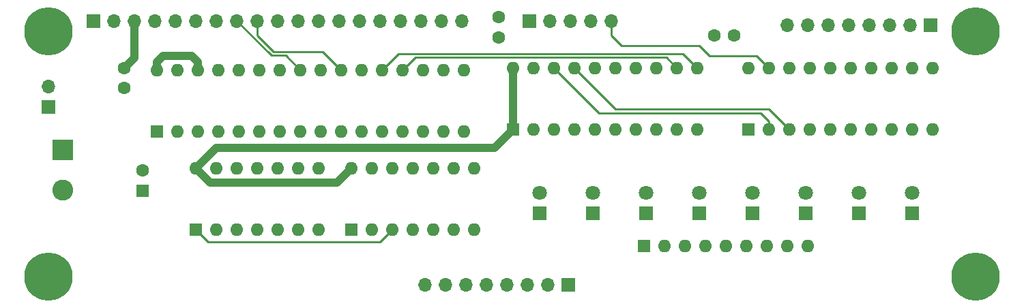
<source format=gbr>
%TF.GenerationSoftware,KiCad,Pcbnew,(5.1.9-0-10_14)*%
%TF.CreationDate,2021-05-21T22:27:02-04:00*%
%TF.ProjectId,RAM,52414d2e-6b69-4636-9164-5f7063625858,rev?*%
%TF.SameCoordinates,Original*%
%TF.FileFunction,Copper,L2,Inr*%
%TF.FilePolarity,Positive*%
%FSLAX46Y46*%
G04 Gerber Fmt 4.6, Leading zero omitted, Abs format (unit mm)*
G04 Created by KiCad (PCBNEW (5.1.9-0-10_14)) date 2021-05-21 22:27:02*
%MOMM*%
%LPD*%
G01*
G04 APERTURE LIST*
%TA.AperFunction,ComponentPad*%
%ADD10O,1.700000X1.700000*%
%TD*%
%TA.AperFunction,ComponentPad*%
%ADD11R,1.700000X1.700000*%
%TD*%
%TA.AperFunction,ComponentPad*%
%ADD12O,1.600000X1.600000*%
%TD*%
%TA.AperFunction,ComponentPad*%
%ADD13R,1.600000X1.600000*%
%TD*%
%TA.AperFunction,ComponentPad*%
%ADD14C,6.000000*%
%TD*%
%TA.AperFunction,ComponentPad*%
%ADD15C,0.800000*%
%TD*%
%TA.AperFunction,ComponentPad*%
%ADD16C,2.600000*%
%TD*%
%TA.AperFunction,ComponentPad*%
%ADD17R,2.600000X2.600000*%
%TD*%
%TA.AperFunction,ComponentPad*%
%ADD18C,1.800000*%
%TD*%
%TA.AperFunction,ComponentPad*%
%ADD19R,1.800000X1.800000*%
%TD*%
%TA.AperFunction,ComponentPad*%
%ADD20C,1.600000*%
%TD*%
%TA.AperFunction,Conductor*%
%ADD21C,1.000000*%
%TD*%
%TA.AperFunction,Conductor*%
%ADD22C,0.250000*%
%TD*%
G04 APERTURE END LIST*
D10*
%TO.N,OUTPUT_ENABLE*%
%TO.C,J2*%
X145796000Y-66294000D03*
%TO.N,WRITE_ENABLE*%
X143256000Y-66294000D03*
%TO.N,CLOCK*%
X140716000Y-66294000D03*
%TO.N,PROGRAM_MODE*%
X138176000Y-66294000D03*
D11*
%TO.N,WRITE_ENABLE*%
X135636000Y-66294000D03*
%TD*%
D12*
%TO.N,VCC*%
%TO.C,U6*%
X113538000Y-84582000D03*
%TO.N,GND*%
X128778000Y-92202000D03*
%TO.N,N/C*%
X116078000Y-84582000D03*
X126238000Y-92202000D03*
X118618000Y-84582000D03*
X123698000Y-92202000D03*
X121158000Y-84582000D03*
X121158000Y-92202000D03*
X123698000Y-84582000D03*
%TO.N,Net-(U4-Pad1)*%
X118618000Y-92202000D03*
%TO.N,N/C*%
X126238000Y-84582000D03*
%TO.N,CLOCK*%
X116078000Y-92202000D03*
%TO.N,N/C*%
X128778000Y-84582000D03*
D13*
%TO.N,PROGRAM_MODE*%
X113538000Y-92202000D03*
%TD*%
D12*
%TO.N,VCC*%
%TO.C,U4*%
X94234000Y-84582000D03*
%TO.N,GND*%
X109474000Y-92202000D03*
%TO.N,N/C*%
X96774000Y-84582000D03*
X106934000Y-92202000D03*
X99314000Y-84582000D03*
X104394000Y-92202000D03*
X101854000Y-84582000D03*
X101854000Y-92202000D03*
X104394000Y-84582000D03*
%TO.N,Net-(U1-Pad29)*%
X99314000Y-92202000D03*
%TO.N,N/C*%
X106934000Y-84582000D03*
%TO.N,WRITE_ENABLE*%
X96774000Y-92202000D03*
%TO.N,N/C*%
X109474000Y-84582000D03*
D13*
%TO.N,Net-(U4-Pad1)*%
X94234000Y-92202000D03*
%TD*%
D12*
%TO.N,VCC*%
%TO.C,U2*%
X162814000Y-72136000D03*
%TO.N,GND*%
X185674000Y-79756000D03*
%TO.N,OUTPUT_ENABLE*%
X165354000Y-72136000D03*
%TO.N,/IO7*%
X183134000Y-79756000D03*
%TO.N,BUS0*%
X167894000Y-72136000D03*
%TO.N,/IO6*%
X180594000Y-79756000D03*
%TO.N,BUS1*%
X170434000Y-72136000D03*
%TO.N,/IO5*%
X178054000Y-79756000D03*
%TO.N,BUS2*%
X172974000Y-72136000D03*
%TO.N,/IO4*%
X175514000Y-79756000D03*
%TO.N,BUS3*%
X175514000Y-72136000D03*
%TO.N,/IO3*%
X172974000Y-79756000D03*
%TO.N,BUS4*%
X178054000Y-72136000D03*
%TO.N,/IO2*%
X170434000Y-79756000D03*
%TO.N,BUS5*%
X180594000Y-72136000D03*
%TO.N,/IO1*%
X167894000Y-79756000D03*
%TO.N,BUS6*%
X183134000Y-72136000D03*
%TO.N,/IO0*%
X165354000Y-79756000D03*
%TO.N,BUS7*%
X185674000Y-72136000D03*
D13*
%TO.N,VCC*%
X162814000Y-79756000D03*
%TD*%
D10*
%TO.N,D0*%
%TO.C,J7*%
X122682000Y-99060000D03*
%TO.N,D1*%
X125222000Y-99060000D03*
%TO.N,D2*%
X127762000Y-99060000D03*
%TO.N,D3*%
X130302000Y-99060000D03*
%TO.N,D4*%
X132842000Y-99060000D03*
%TO.N,D5*%
X135382000Y-99060000D03*
%TO.N,D6*%
X137922000Y-99060000D03*
D11*
%TO.N,D7*%
X140462000Y-99060000D03*
%TD*%
D10*
%TO.N,BUS0*%
%TO.C,J6*%
X167640000Y-66802000D03*
%TO.N,BUS1*%
X170180000Y-66802000D03*
%TO.N,BUS2*%
X172720000Y-66802000D03*
%TO.N,BUS3*%
X175260000Y-66802000D03*
%TO.N,BUS4*%
X177800000Y-66802000D03*
%TO.N,BUS5*%
X180340000Y-66802000D03*
%TO.N,BUS6*%
X182880000Y-66802000D03*
D11*
%TO.N,BUS7*%
X185420000Y-66802000D03*
%TD*%
D10*
%TO.N,VCC*%
%TO.C,J3*%
X75946000Y-74422000D03*
D11*
%TO.N,GND*%
X75946000Y-76962000D03*
%TD*%
D10*
%TO.N,A0*%
%TO.C,J1*%
X127254000Y-66294000D03*
%TO.N,A1*%
X124714000Y-66294000D03*
%TO.N,A2*%
X122174000Y-66294000D03*
%TO.N,A3*%
X119634000Y-66294000D03*
%TO.N,A4*%
X117094000Y-66294000D03*
%TO.N,A5*%
X114554000Y-66294000D03*
%TO.N,A6*%
X112014000Y-66294000D03*
%TO.N,A7*%
X109474000Y-66294000D03*
%TO.N,A8*%
X106934000Y-66294000D03*
%TO.N,A9*%
X104394000Y-66294000D03*
%TO.N,A10*%
X101854000Y-66294000D03*
%TO.N,A11*%
X99314000Y-66294000D03*
%TO.N,A12*%
X96774000Y-66294000D03*
%TO.N,A13*%
X94234000Y-66294000D03*
%TO.N,A14*%
X91694000Y-66294000D03*
%TO.N,A15*%
X89154000Y-66294000D03*
%TO.N,VCC*%
X86614000Y-66294000D03*
%TO.N,A16*%
X84074000Y-66294000D03*
D11*
%TO.N,GND*%
X81534000Y-66294000D03*
%TD*%
D14*
%TO.N,N/C*%
%TO.C,REF\u002A\u002A*%
X191008000Y-67564000D03*
D15*
X193258000Y-67564000D03*
X192598990Y-69154990D03*
X191008000Y-69814000D03*
X189417010Y-69154990D03*
X188758000Y-67564000D03*
X189417010Y-65973010D03*
X191008000Y-65314000D03*
X192598990Y-65973010D03*
%TD*%
%TO.N,N/C*%
%TO.C,REF\u002A\u002A*%
X192598990Y-96453010D03*
X191008000Y-95794000D03*
X189417010Y-96453010D03*
X188758000Y-98044000D03*
X189417010Y-99634990D03*
X191008000Y-100294000D03*
X192598990Y-99634990D03*
X193258000Y-98044000D03*
D14*
X191008000Y-98044000D03*
%TD*%
%TO.N,N/C*%
%TO.C,REF\u002A\u002A*%
X75946000Y-98044000D03*
D15*
X78196000Y-98044000D03*
X77536990Y-99634990D03*
X75946000Y-100294000D03*
X74355010Y-99634990D03*
X73696000Y-98044000D03*
X74355010Y-96453010D03*
X75946000Y-95794000D03*
X77536990Y-96453010D03*
%TD*%
%TO.N,N/C*%
%TO.C,REF\u002A\u002A*%
X77536990Y-65973010D03*
X75946000Y-65314000D03*
X74355010Y-65973010D03*
X73696000Y-67564000D03*
X74355010Y-69154990D03*
X75946000Y-69814000D03*
X77536990Y-69154990D03*
X78196000Y-67564000D03*
D14*
X75946000Y-67564000D03*
%TD*%
D12*
%TO.N,VCC*%
%TO.C,U3*%
X133604000Y-72136000D03*
%TO.N,GND*%
X156464000Y-79756000D03*
%TO.N,Net-(U1-Pad29)*%
X136144000Y-72136000D03*
%TO.N,D7*%
X153924000Y-79756000D03*
%TO.N,/IO0*%
X138684000Y-72136000D03*
%TO.N,D6*%
X151384000Y-79756000D03*
%TO.N,/IO1*%
X141224000Y-72136000D03*
%TO.N,D5*%
X148844000Y-79756000D03*
%TO.N,/IO2*%
X143764000Y-72136000D03*
%TO.N,D4*%
X146304000Y-79756000D03*
%TO.N,/IO3*%
X146304000Y-72136000D03*
%TO.N,D3*%
X143764000Y-79756000D03*
%TO.N,/IO4*%
X148844000Y-72136000D03*
%TO.N,D2*%
X141224000Y-79756000D03*
%TO.N,/IO5*%
X151384000Y-72136000D03*
%TO.N,D1*%
X138684000Y-79756000D03*
%TO.N,/IO6*%
X153924000Y-72136000D03*
%TO.N,D0*%
X136144000Y-79756000D03*
%TO.N,/IO7*%
X156464000Y-72136000D03*
D13*
%TO.N,VCC*%
X133604000Y-79756000D03*
%TD*%
D12*
%TO.N,VCC*%
%TO.C,U1*%
X89408000Y-72390000D03*
%TO.N,GND*%
X127508000Y-80010000D03*
%TO.N,A15*%
X91948000Y-72390000D03*
%TO.N,/IO2*%
X124968000Y-80010000D03*
%TO.N,VCC*%
X94488000Y-72390000D03*
%TO.N,/IO1*%
X122428000Y-80010000D03*
%TO.N,Net-(U1-Pad29)*%
X97028000Y-72390000D03*
%TO.N,/IO0*%
X119888000Y-80010000D03*
%TO.N,A13*%
X99568000Y-72390000D03*
%TO.N,A0*%
X117348000Y-80010000D03*
%TO.N,A8*%
X102108000Y-72390000D03*
%TO.N,A1*%
X114808000Y-80010000D03*
%TO.N,A9*%
X104648000Y-72390000D03*
%TO.N,A2*%
X112268000Y-80010000D03*
%TO.N,A11*%
X107188000Y-72390000D03*
%TO.N,A3*%
X109728000Y-80010000D03*
%TO.N,GND*%
X109728000Y-72390000D03*
%TO.N,A4*%
X107188000Y-80010000D03*
%TO.N,A10*%
X112268000Y-72390000D03*
%TO.N,A5*%
X104648000Y-80010000D03*
%TO.N,GND*%
X114808000Y-72390000D03*
%TO.N,A6*%
X102108000Y-80010000D03*
%TO.N,/IO7*%
X117348000Y-72390000D03*
%TO.N,A7*%
X99568000Y-80010000D03*
%TO.N,/IO6*%
X119888000Y-72390000D03*
%TO.N,A12*%
X97028000Y-80010000D03*
%TO.N,/IO5*%
X122428000Y-72390000D03*
%TO.N,A14*%
X94488000Y-80010000D03*
%TO.N,/IO4*%
X124968000Y-72390000D03*
%TO.N,A16*%
X91948000Y-80010000D03*
%TO.N,/IO3*%
X127508000Y-72390000D03*
D13*
%TO.N,Net-(U1-Pad1)*%
X89408000Y-80010000D03*
%TD*%
D12*
%TO.N,Net-(D1-Pad1)*%
%TO.C,RN1*%
X170180000Y-94234000D03*
%TO.N,Net-(D2-Pad1)*%
X167640000Y-94234000D03*
%TO.N,Net-(D3-Pad1)*%
X165100000Y-94234000D03*
%TO.N,Net-(D4-Pad1)*%
X162560000Y-94234000D03*
%TO.N,Net-(D5-Pad1)*%
X160020000Y-94234000D03*
%TO.N,Net-(D6-Pad1)*%
X157480000Y-94234000D03*
%TO.N,Net-(D7-Pad1)*%
X154940000Y-94234000D03*
%TO.N,Net-(D8-Pad1)*%
X152400000Y-94234000D03*
D13*
%TO.N,GND*%
X149860000Y-94234000D03*
%TD*%
D16*
%TO.N,VCC*%
%TO.C,J4*%
X77724000Y-87296000D03*
D17*
%TO.N,GND*%
X77724000Y-82296000D03*
%TD*%
D18*
%TO.N,/IO0*%
%TO.C,D8*%
X136906000Y-87630000D03*
D19*
%TO.N,Net-(D8-Pad1)*%
X136906000Y-90170000D03*
%TD*%
D18*
%TO.N,/IO1*%
%TO.C,D7*%
X143510000Y-87630000D03*
D19*
%TO.N,Net-(D7-Pad1)*%
X143510000Y-90170000D03*
%TD*%
D18*
%TO.N,/IO2*%
%TO.C,D6*%
X150114000Y-87630000D03*
D19*
%TO.N,Net-(D6-Pad1)*%
X150114000Y-90170000D03*
%TD*%
D18*
%TO.N,/IO3*%
%TO.C,D5*%
X156718000Y-87630000D03*
D19*
%TO.N,Net-(D5-Pad1)*%
X156718000Y-90170000D03*
%TD*%
D18*
%TO.N,/IO4*%
%TO.C,D4*%
X163322000Y-87630000D03*
D19*
%TO.N,Net-(D4-Pad1)*%
X163322000Y-90170000D03*
%TD*%
D18*
%TO.N,/IO5*%
%TO.C,D3*%
X169926000Y-87630000D03*
D19*
%TO.N,Net-(D3-Pad1)*%
X169926000Y-90170000D03*
%TD*%
D18*
%TO.N,/IO6*%
%TO.C,D2*%
X176530000Y-87630000D03*
D19*
%TO.N,Net-(D2-Pad1)*%
X176530000Y-90170000D03*
%TD*%
D18*
%TO.N,/IO7*%
%TO.C,D1*%
X183134000Y-87630000D03*
D19*
%TO.N,Net-(D1-Pad1)*%
X183134000Y-90170000D03*
%TD*%
D20*
%TO.N,GND*%
%TO.C,C4*%
X158536000Y-68072000D03*
%TO.N,VCC*%
X161036000Y-68072000D03*
%TD*%
%TO.N,GND*%
%TO.C,C3*%
X131826000Y-65826000D03*
%TO.N,VCC*%
X131826000Y-68326000D03*
%TD*%
%TO.N,GND*%
%TO.C,C2*%
X85344000Y-74636000D03*
%TO.N,VCC*%
X85344000Y-72136000D03*
%TD*%
%TO.N,GND*%
%TO.C,C1*%
X87630000Y-84876000D03*
D13*
%TO.N,VCC*%
X87630000Y-87376000D03*
%TD*%
D21*
%TO.N,VCC*%
X89408000Y-72390000D02*
X89408000Y-71374000D01*
X89408000Y-71374000D02*
X90170000Y-70612000D01*
X90170000Y-70612000D02*
X93726000Y-70612000D01*
X94488000Y-71374000D02*
X94488000Y-72390000D01*
X93726000Y-70612000D02*
X94488000Y-71374000D01*
X133604000Y-79756000D02*
X131826000Y-81534000D01*
X131826000Y-81534000D02*
X131318000Y-82042000D01*
X96774000Y-82042000D02*
X131318000Y-82042000D01*
X133604000Y-72136000D02*
X133604000Y-79756000D01*
X86614000Y-70866000D02*
X85344000Y-72136000D01*
X86614000Y-66294000D02*
X86614000Y-70866000D01*
X94234000Y-84582000D02*
X96774000Y-82042000D01*
X94234000Y-84582000D02*
X96012000Y-86360000D01*
X111760000Y-86360000D02*
X113538000Y-84582000D01*
X96012000Y-86360000D02*
X111760000Y-86360000D01*
D22*
%TO.N,/IO7*%
X154686000Y-70358000D02*
X156464000Y-72136000D01*
X119380000Y-70358000D02*
X154686000Y-70358000D01*
X117348000Y-72390000D02*
X119380000Y-70358000D01*
%TO.N,/IO6*%
X121469989Y-70808011D02*
X152596011Y-70808011D01*
X119888000Y-72390000D02*
X121469989Y-70808011D01*
X152596011Y-70808011D02*
X153924000Y-72136000D01*
%TO.N,/IO1*%
X141224000Y-72136000D02*
X146304000Y-77216000D01*
X165354000Y-77216000D02*
X167894000Y-79756000D01*
X146304000Y-77216000D02*
X165354000Y-77216000D01*
%TO.N,/IO0*%
X138684000Y-72136000D02*
X144272000Y-77724000D01*
X144272000Y-77724000D02*
X164338000Y-77724000D01*
X165354000Y-78740000D02*
X165354000Y-79756000D01*
X164338000Y-77724000D02*
X165354000Y-78740000D01*
%TO.N,A10*%
X109982000Y-70104000D02*
X112268000Y-72390000D01*
X101854000Y-66294000D02*
X101854000Y-68072000D01*
X103886000Y-70104000D02*
X109982000Y-70104000D01*
X101854000Y-68072000D02*
X103886000Y-70104000D01*
%TO.N,A11*%
X105352011Y-70554011D02*
X107188000Y-72390000D01*
X103574011Y-70554011D02*
X105352011Y-70554011D01*
X99314000Y-66294000D02*
X103574011Y-70554011D01*
%TO.N,OUTPUT_ENABLE*%
X165354000Y-72136000D02*
X163830000Y-70612000D01*
X157988000Y-70612000D02*
X156718000Y-69342000D01*
X163830000Y-70612000D02*
X157988000Y-70612000D01*
X145796000Y-66294000D02*
X145796000Y-68072000D01*
X147066000Y-69342000D02*
X156718000Y-69342000D01*
X145796000Y-68072000D02*
X147066000Y-69342000D01*
%TO.N,Net-(U4-Pad1)*%
X117094000Y-93726000D02*
X118618000Y-92202000D01*
X95758000Y-93726000D02*
X117094000Y-93726000D01*
X94234000Y-92202000D02*
X95758000Y-93726000D01*
%TD*%
M02*

</source>
